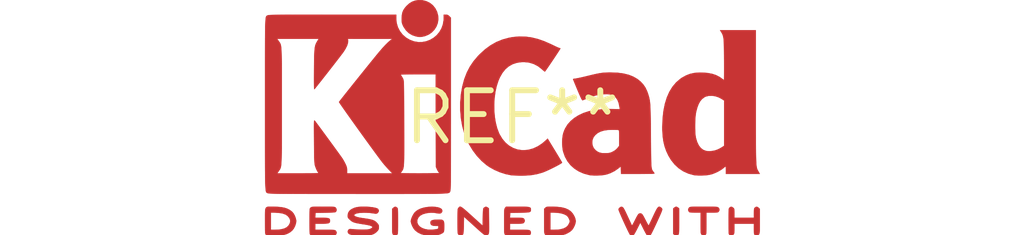
<source format=kicad_pcb>
(kicad_pcb (version 20240108) (generator pcbnew)
  (layers (0 "F.Cu" signal) (31 "B.Cu" signal) (34 "B.Paste" user) (35 "F.Paste" user) (36 "B.SilkS" user "B.Silkscreen") (37 "F.SilkS" user "F.Silkscreen") (38 "B.Mask" user) (39 "F.Mask" user) (44 "Edge.Cuts" user))
  (net 0 "")
  (footprint "KiCad-Logo2_5mm_Copper" (layer "F.Cu") (at 0 0)
    (property "Reference" "REF**")
    (property "Value" "KiCad-Logo2_5mm_Copper")
    (fp_poly (pts (xy 4.188614 2.275877) (xy 4.212327 2.290647) (xy 4.238978 2.312227) (xy 4.238978 2.633773) (xy 4.238893 2.72783) (xy 4.238529 2.801932) (xy 4.237724 2.858704) (xy 4.236313 2.900768) (xy 4.234133 2.930748) (xy 4.231021 2.951267) (xy 4.226814 2.964949) (xy 4.221348 2.974416) (xy 4.217472 2.979082) (xy 4.186034 2.999575) (xy 4.150233 2.998739) (xy 4.118873 2.981264) (xy 4.092222 2.959684) (xy 4.092222 2.312227) (xy 4.118873 2.290647) (xy 4.144594 2.274949) (xy 4.1656 2.269067) (xy 4.188614 2.275877)) (layer "F.Cu") (stroke (width 0.01)) (fill solid))
    (fp_poly (pts (xy -2.923822 2.291645) (xy -2.917242 2.299218) (xy -2.912079 2.308987) (xy -2.908164 2.323571) (xy -2.905324 2.345585) (xy -2.903387 2.377648) (xy -2.902183 2.422375) (xy -2.901539 2.482385) (xy -2.901284 2.560294) (xy -2.901245 2.635956) (xy -2.901314 2.729802) (xy -2.901638 2.803689) (xy -2.902386 2.860232) (xy -2.903732 2.902049) (xy -2.905846 2.931757) (xy -2.9089 2.951973) (xy -2.913066 2.965314) (xy -2.918516 2.974398) (xy -2.923822 2.980267) (xy -2.956826 2.999947) (xy -2.991991 2.998181) (xy -3.023455 2.976717) (xy -3.030684 2.968337) (xy -3.036334 2.958614) (xy -3.040599 2.944861) (xy -3.043673 2.924389) (xy -3.045752 2.894512) (xy -3.04703 2.852541) (xy -3.047701 2.795789) (xy -3.047959 2.721567) (xy -3.048 2.637537) (xy -3.048 2.324485) (xy -3.020291 2.296776) (xy -2.986137 2.273463) (xy -2.953006 2.272623) (xy -2.923822 2.291645)) (layer "F.Cu") (stroke (width 0.01)) (fill solid))
    (fp_poly (pts (xy -2.273043 -2.973429) (xy -2.176768 -2.949191) (xy -2.090184 -2.906359) (xy -2.015373 -2.846581) (xy -1.954418 -2.771506) (xy -1.909399 -2.68278) (xy -1.883136 -2.58647) (xy -1.877286 -2.489205) (xy -1.89214 -2.395346) (xy -1.92584 -2.307489) (xy -1.976528 -2.22823) (xy -2.042345 -2.160164) (xy -2.121434 -2.105888) (xy -2.211934 -2.067998) (xy -2.2632 -2.055574) (xy -2.307698 -2.048053) (xy -2.341999 -2.045081) (xy -2.37496 -2.046906) (xy -2.415434 -2.053775) (xy -2.448531 -2.06075) (xy -2.541947 -2.092259) (xy -2.625619 -2.143383) (xy -2.697665 -2.212571) (xy -2.7562 -2.298272) (xy -2.770148 -2.325511) (xy -2.786586 -2.361878) (xy -2.796894 -2.392418) (xy -2.80246 -2.42455) (xy -2.804669 -2.465693) (xy -2.804948 -2.511778) (xy -2.800861 -2.596135) (xy -2.787446 -2.665414) (xy -2.762256 -2.726039) (xy -2.722846 -2.784433) (xy -2.684298 -2.828698) (xy -2.612406 -2.894516) (xy -2.537313 -2.939947) (xy -2.454562 -2.96715) (xy -2.376928 -2.977424) (xy -2.273043 -2.973429)) (layer "F.Cu") (stroke (width 0.01)) (fill solid))
    (fp_poly (pts (xy 4.963065 2.269163) (xy 5.041772 2.269542) (xy 5.102863 2.270333) (xy 5.148817 2.27167) (xy 5.182114 2.273683) (xy 5.205236 2.276506) (xy 5.220662 2.280269) (xy 5.230871 2.285105) (xy 5.235813 2.288822) (xy 5.261457 2.321358) (xy 5.264559 2.355138) (xy 5.248711 2.385826) (xy 5.238348 2.398089) (xy 5.227196 2.40645) (xy 5.211035 2.411657) (xy 5.185642 2.414457) (xy 5.146798 2.415596) (xy 5.09028 2.415821) (xy 5.07918 2.415822) (xy 4.933244 2.415822) (xy 4.933244 2.686756) (xy 4.933148 2.772154) (xy 4.932711 2.837864) (xy 4.931712 2.886774) (xy 4.929928 2.921773) (xy 4.927137 2.945749) (xy 4.923117 2.961593) (xy 4.917645 2.972191) (xy 4.910666 2.980267) (xy 4.877734 3.000112) (xy 4.843354 2.998548) (xy 4.812176 2.975906) (xy 4.809886 2.9731) (xy 4.802429 2.962492) (xy 4.796747 2.950081) (xy 4.792601 2.93285) (xy 4.78975 2.907784) (xy 4.787954 2.871867) (xy 4.786972 2.822083) (xy 4.786564 2.755417) (xy 4.786489 2.679589) (xy 4.786489 2.415822) (xy 4.647127 2.415822) (xy 4.587322 2.415418) (xy 4.545918 2.41384) (xy 4.518748 2.410547) (xy 4.501646 2.404992) (xy 4.490443 2.396631) (xy 4.489083 2.395178) (xy 4.472725 2.361939) (xy 4.474172 2.324362) (xy 4.492978 2.291645) (xy 4.50025 2.285298) (xy 4.509627 2.280266) (xy 4.523609 2.276396) (xy 4.544696 2.273537) (xy 4.575389 2.271535) (xy 4.618189 2.270239) (xy 4.675595 2.269498) (xy 4.75011 2.269158) (xy 4.844233 2.269068) (xy 4.86426 2.269067) (xy 4.963065 2.269163)) (layer "F.Cu") (stroke (width 0.01)) (fill solid))
    (fp_poly (pts (xy 6.228823 2.274533) (xy 6.260202 2.296776) (xy 6.287911 2.324485) (xy 6.287911 2.63392) (xy 6.287838 2.725799) (xy 6.287495 2.79784) (xy 6.286692 2.85278) (xy 6.285241 2.89336) (xy 6.282952 2.922317) (xy 6.279636 2.942391) (xy 6.275105 2.956321) (xy 6.269169 2.966845) (xy 6.264514 2.9731) (xy 6.233783 2.997673) (xy 6.198496 3.000341) (xy 6.166245 2.985271) (xy 6.155588 2.976374) (xy 6.148464 2.964557) (xy 6.144167 2.945526) (xy 6.141991 2.914992) (xy 6.141228 2.868662) (xy 6.141155 2.832871) (xy 6.141155 2.698045) (xy 5.644444 2.698045) (xy 5.644444 2.8207) (xy 5.643931 2.876787) (xy 5.641876 2.915333) (xy 5.637508 2.941361) (xy 5.630056 2.959897) (xy 5.621047 2.9731) (xy 5.590144 2.997604) (xy 5.555196 3.000506) (xy 5.521738 2.983089) (xy 5.512604 2.973959) (xy 5.506152 2.961855) (xy 5.501897 2.943001) (xy 5.499352 2.91362) (xy 5.498029 2.869937) (xy 5.497443 2.808175) (xy 5.497375 2.794) (xy 5.496891 2.677631) (xy 5.496641 2.581727) (xy 5.496723 2.504177) (xy 5.497231 2.442869) (xy 5.498262 2.39569) (xy 5.499913 2.36053) (xy 5.502279 2.335276) (xy 5.505457 2.317817) (xy 5.509544 2.306041) (xy 5.514634 2.297835) (xy 5.520266 2.291645) (xy 5.552128 2.271844) (xy 5.585357 2.274533) (xy 5.616735 2.296776) (xy 5.629433 2.311126) (xy 5.637526 2.326978) (xy 5.642042 2.349554) (xy 5.644006 2.384078) (xy 5.644444 2.435776) (xy 5.644444 2.551289) (xy 6.141155 2.551289) (xy 6.141155 2.432756) (xy 6.141662 2.378148) (xy 6.143698 2.341275) (xy 6.148035 2.317307) (xy 6.155447 2.301415) (xy 6.163733 2.291645) (xy 6.195594 2.271844) (xy 6.228823 2.274533)) (layer "F.Cu") (stroke (width 0.01)) (fill solid))
    (fp_poly (pts (xy 1.018309 2.269275) (xy 1.147288 2.273636) (xy 1.256991 2.286861) (xy 1.349226 2.309741) (xy 1.425802 2.34307) (xy 1.488527 2.387638) (xy 1.539212 2.444236) (xy 1.579663 2.513658) (xy 1.580459 2.515351) (xy 1.604601 2.577483) (xy 1.613203 2.632509) (xy 1.606231 2.687887) (xy 1.583654 2.751073) (xy 1.579372 2.760689) (xy 1.550172 2.816966) (xy 1.517356 2.860451) (xy 1.475002 2.897417) (xy 1.41719 2.934135) (xy 1.413831 2.936052) (xy 1.363504 2.960227) (xy 1.306621 2.978282) (xy 1.239527 2.990839) (xy 1.158565 2.998522) (xy 1.060082 3.001953) (xy 1.025286 3.002251) (xy 0.859594 3.002845) (xy 0.836197 2.9731) (xy 0.829257 2.963319) (xy 0.823842 2.951897) (xy 0.819765 2.936095) (xy 0.816837 2.913175) (xy 0.814867 2.880396) (xy 0.814225 2.856089) (xy 0.970844 2.856089) (xy 1.064726 2.856089) (xy 1.119664 2.854483) (xy 1.17606 2.850255) (xy 1.222345 2.844292) (xy 1.225139 2.84379) (xy 1.307348 2.821736) (xy 1.371114 2.7886) (xy 1.418452 2.742847) (xy 1.451382 2.682939) (xy 1.457108 2.667061) (xy 1.462721 2.642333) (xy 1.460291 2.617902) (xy 1.448467 2.5854) (xy 1.44134 2.569434) (xy 1.418 2.527006) (xy 1.38988 2.49724) (xy 1.35894 2.476511) (xy 1.296966 2.449537) (xy 1.217651 2.429998) (xy 1.125253 2.418746) (xy 1.058333 2.41627) (xy 0.970844 2.415822) (xy 0.970844 2.856089) (xy 0.814225 2.856089) (xy 0.813668 2.835021) (xy 0.81305 2.774311) (xy 0.812825 2.695526) (xy 0.8128 2.63392) (xy 0.8128 2.324485) (xy 0.840509 2.296776) (xy 0.852806 2.285544) (xy 0.866103 2.277853) (xy 0.884672 2.27304) (xy 0.912786 2.270446) (xy 0.954717 2.26941) (xy 1.014737 2.26927) (xy 1.018309 2.269275)) (layer "F.Cu") (stroke (width 0.01)) (fill solid))
    (fp_poly (pts (xy -6.121371 2.269066) (xy -6.081889 2.269467) (xy -5.9662 2.272259) (xy -5.869311 2.28055) (xy -5.787919 2.295232) (xy -5.718723 2.317193) (xy -5.65842 2.347322) (xy -5.603708 2.38651) (xy -5.584167 2.403532) (xy -5.55175 2.443363) (xy -5.52252 2.497413) (xy -5.499991 2.557323) (xy -5.487679 2.614739) (xy -5.4864 2.635956) (xy -5.494417 2.694769) (xy -5.515899 2.759013) (xy -5.546999 2.819821) (xy -5.583866 2.86833) (xy -5.589854 2.874182) (xy -5.640579 2.915321) (xy -5.696125 2.947435) (xy -5.759696 2.971365) (xy -5.834494 2.987953) (xy -5.923722 2.998041) (xy -6.030582 3.002469) (xy -6.079528 3.002845) (xy -6.141762 3.002545) (xy -6.185528 3.001292) (xy -6.214931 2.998554) (xy -6.234079 2.993801) (xy -6.247077 2.986501) (xy -6.254045 2.980267) (xy -6.260626 2.972694) (xy -6.265788 2.962924) (xy -6.269703 2.94834) (xy -6.272543 2.926326) (xy -6.27448 2.894264) (xy -6.275684 2.849536) (xy -6.276328 2.789526) (xy -6.276583 2.711617) (xy -6.276622 2.635956) (xy -6.27687 2.535041) (xy -6.276817 2.454427) (xy -6.275857 2.415822) (xy -6.129867 2.415822) (xy -6.129867 2.856089) (xy -6.036734 2.856004) (xy -5.980693 2.854396) (xy -5.921999 2.850256) (xy -5.873028 2.844464) (xy -5.871538 2.844226) (xy -5.792392 2.82509) (xy -5.731002 2.795287) (xy -5.684305 2.752878) (xy -5.654635 2.706961) (xy -5.636353 2.656026) (xy -5.637771 2.6082) (xy -5.658988 2.556933) (xy -5.700489 2.503899) (xy -5.757998 2.4646) (xy -5.83275 2.438331) (xy -5.882708 2.429035) (xy -5.939416 2.422507) (xy -5.999519 2.417782) (xy -6.050639 2.415817) (xy -6.053667 2.415808) (xy -6.129867 2.415822) (xy -6.275857 2.415822) (xy -6.27526 2.391851) (xy -6.270998 2.345055) (xy -6.26283 2.311778) (xy -6.249556 2.289759) (xy -6.229974 2.276739) (xy -6.202883 2.270457) (xy -6.167082 2.268653) (xy -6.121371 2.269066)) (layer "F.Cu") (stroke (width 0.01)) (fill solid))
    (fp_poly (pts (xy -1.300114 2.273448) (xy -1.276548 2.287273) (xy -1.245735 2.309881) (xy -1.206078 2.342338) (xy -1.15598 2.385708) (xy -1.093843 2.441058) (xy -1.018072 2.509451) (xy -0.931334 2.588084) (xy -0.750711 2.751878) (xy -0.745067 2.532029) (xy -0.743029 2.456351) (xy -0.741063 2.399994) (xy -0.738734 2.359706) (xy -0.735606 2.332235) (xy -0.731245 2.314329) (xy -0.725216 2.302737) (xy -0.717084 2.294208) (xy -0.712772 2.290623) (xy -0.678241 2.27167) (xy -0.645383 2.274441) (xy -0.619318 2.290633) (xy -0.592667 2.312199) (xy -0.589352 2.627151) (xy -0.588435 2.719779) (xy -0.587968 2.792544) (xy -0.588113 2.848161) (xy -0.589032 2.889342) (xy -0.590887 2.918803) (xy -0.593839 2.939255) (xy -0.59805 2.953413) (xy -0.603682 2.963991) (xy -0.609927 2.972474) (xy -0.623439 2.988207) (xy -0.636883 2.998636) (xy -0.652124 3.002639) (xy -0.671026 2.999094) (xy -0.695455 2.986879) (xy -0.727273 2.964871) (xy -0.768348 2.931949) (xy -0.820542 2.886991) (xy -0.885722 2.828875) (xy -0.959556 2.762099) (xy -1.224845 2.521458) (xy -1.230489 2.740589) (xy -1.232531 2.816128) (xy -1.234502 2.872354) (xy -1.236839 2.912524) (xy -1.239981 2.939896) (xy -1.244364 2.957728) (xy -1.250424 2.969279) (xy -1.2586 2.977807) (xy -1.262784 2.981282) (xy -1.299765 3.000372) (xy -1.334708 2.997493) (xy -1.365136 2.9731) (xy -1.372097 2.963286) (xy -1.377523 2.951826) (xy -1.381603 2.935968) (xy -1.384529 2.912963) (xy -1.386492 2.880062) (xy -1.387683 2.834516) (xy -1.388292 2.773573) (xy -1.388511 2.694486) (xy -1.388534 2.635956) (xy -1.38846 2.544407) (xy -1.388113 2.472687) (xy -1.387301 2.418045) (xy -1.385833 2.377732) (xy -1.383519 2.348998) (xy -1.380167 2.329093) (xy -1.375588 2.315268) (xy -1.369589 2.304772) (xy -1.365136 2.298811) (xy -1.35385 2.284691) (xy -1.343301 2.274029) (xy -1.331893 2.267892) (xy -1.31803 2.267343) (xy -1.300114 2.273448)) (layer "F.Cu") (stroke (width 0.01)) (fill solid))
    (fp_poly (pts (xy -1.950081 2.274599) (xy -1.881565 2.286095) (xy -1.828943 2.303967) (xy -1.794708 2.327499) (xy -1.785379 2.340924) (xy -1.775893 2.372148) (xy -1.782277 2.400395) (xy -1.80243 2.427182) (xy -1.833745 2.439713) (xy -1.879183 2.438696) (xy -1.914326 2.431906) (xy -1.992419 2.418971) (xy -2.072226 2.417742) (xy -2.161555 2.428241) (xy -2.186229 2.43269) (xy -2.269291 2.456108) (xy -2.334273 2.490945) (xy -2.380461 2.536604) (xy -2.407145 2.592494) (xy -2.412663 2.621388) (xy -2.409051 2.680012) (xy -2.385729 2.731879) (xy -2.344824 2.775978) (xy -2.288459 2.811299) (xy -2.21876 2.836829) (xy -2.137852 2.851559) (xy -2.04786 2.854478) (xy -1.95091 2.844575) (xy -1.945436 2.843641) (xy -1.906875 2.836459) (xy -1.885494 2.829521) (xy -1.876227 2.819227) (xy -1.874006 2.801976) (xy -1.873956 2.792841) (xy -1.873956 2.754489) (xy -1.942431 2.754489) (xy -2.0029 2.750347) (xy -2.044165 2.737147) (xy -2.068175 2.71373) (xy -2.076877 2.678936) (xy -2.076983 2.674394) (xy -2.071892 2.644654) (xy -2.054433 2.623419) (xy -2.021939 2.609366) (xy -1.971743 2.601173) (xy -1.923123 2.598161) (xy -1.852456 2.596433) (xy -1.801198 2.59907) (xy -1.766239 2.6088) (xy -1.74447 2.628353) (xy -1.73278 2.660456) (xy -1.72806 2.707838) (xy -1.7272 2.770071) (xy -1.728609 2.839535) (xy -1.732848 2.886786) (xy -1.739936 2.912012) (xy -1.741311 2.913988) (xy -1.780228 2.945508) (xy -1.837286 2.97047) (xy -1.908869 2.98834) (xy -1.991358 2.998586) (xy -2.081139 3.000673) (xy -2.174592 2.994068) (xy -2.229556 2.985956) (xy -2.315766 2.961554) (xy -2.395892 2.921662) (xy -2.462977 2.869887) (xy -2.473173 2.859539) (xy -2.506302 2.816035) (xy -2.536194 2.762118) (xy -2.559357 2.705592) (xy -2.572298 2.654259) (xy -2.573858 2.634544) (xy -2.567218 2.593419) (xy -2.549568 2.542252) (xy -2.524297 2.488394) (xy -2.494789 2.439195) (xy -2.468719 2.406334) (xy -2.407765 2.357452) (xy -2.328969 2.318545) (xy -2.235157 2.290494) (xy -2.12915 2.274179) (xy -2.032 2.270192) (xy -1.950081 2.274599)) (layer "F.Cu") (stroke (width 0.01)) (fill solid))
    (fp_poly (pts (xy 0.230343 2.26926) (xy 0.306701 2.270174) (xy 0.365217 2.272311) (xy 0.408255 2.276175) (xy 0.438183 2.282267) (xy 0.457368 2.29109) (xy 0.468176 2.303146) (xy 0.472973 2.318939) (xy 0.474127 2.33897) (xy 0.474133 2.341335) (xy 0.473131 2.363992) (xy 0.468396 2.381503) (xy 0.457333 2.394574) (xy 0.437348 2.403913) (xy 0.405846 2.410227) (xy 0.360232 2.414222) (xy 0.297913 2.416606) (xy 0.216293 2.418086) (xy 0.191277 2.418414) (xy -0.0508 2.421467) (xy -0.054186 2.486378) (xy -0.057571 2.551289) (xy 0.110576 2.551289) (xy 0.176266 2.551531) (xy 0.223172 2.552556) (xy 0.255083 2.554811) (xy 0.275791 2.558742) (xy 0.289084 2.564798) (xy 0.298755 2.573424) (xy 0.298817 2.573493) (xy 0.316356 2.607112) (xy 0.315722 2.643448) (xy 0.297314 2.674423) (xy 0.293671 2.677607) (xy 0.280741 2.685812) (xy 0.263024 2.691521) (xy 0.23657 2.695162) (xy 0.197432 2.697167) (xy 0.141662 2.697964) (xy 0.105994 2.698045) (xy -0.056445 2.698045) (xy -0.056445 2.856089) (xy 0.190161 2.856089) (xy 0.27158 2.856231) (xy 0.33341 2.856814) (xy 0.378637 2.858068) (xy 0.410248 2.860227) (xy 0.431231 2.863523) (xy 0.444573 2.868189) (xy 0.453261 2.874457) (xy 0.45545 2.876733) (xy 0.471614 2.90828) (xy 0.472797 2.944168) (xy 0.459536 2.975285) (xy 0.449043 2.985271) (xy 0.438129 2.990769) (xy 0.421217 2.995022) (xy 0.395633 2.99818) (xy 0.358701 3.000392) (xy 0.307746 3.001806) (xy 0.240094 3.002572) (xy 0.153069 3.002838) (xy 0.133394 3.002845) (xy 0.044911 3.002787) (xy -0.023773 3.002467) (xy -0.075436 3.001667) (xy -0.112855 3.000167) (xy -0.13881 2.997749) (xy -0.156078 2.994194) (xy -0.167438 2.989282) (xy -0.175668 2.982795) (xy -0.180183 2.978138) (xy -0.186979 2.969889) (xy -0.192288 2.959669) (xy -0.196294 2.9448) (xy -0.199179 2.922602) (xy -0.201126 2.890393) (xy -0.202319 2.845496) (xy -0.202939 2.785228) (xy -0.203171 2.706911) (xy -0.2032 2.640994) (xy -0.203129 2.548628) (xy -0.202792 2.476117) (xy -0.202002 2.420737) (xy -0.200574 2.379765) (xy -0.198321 2.350478) (xy -0.195057 2.330153) (xy -0.190596 2.316066) (xy -0.184752 2.305495) (xy -0.179803 2.298811) (xy -0.156406 2.269067) (xy 0.133774 2.269067) (xy 0.230343 2.26926)) (layer "F.Cu") (stroke (width 0.01)) (fill solid))
    (fp_poly (pts (xy -4.712794 2.269146) (xy -4.643386 2.269518) (xy -4.590997 2.270385) (xy -4.552847 2.271946) (xy -4.526159 2.274403) (xy -4.508153 2.277957) (xy -4.496049 2.28281) (xy -4.487069 2.289161) (xy -4.483818 2.292084) (xy -4.464043 2.323142) (xy -4.460482 2.358828) (xy -4.473491 2.39051) (xy -4.479506 2.396913) (xy -4.489235 2.403121) (xy -4.504901 2.40791) (xy -4.529408 2.411514) (xy -4.565661 2.414164) (xy -4.616565 2.416095) (xy -4.685026 2.417539) (xy -4.747617 2.418418) (xy -4.995334 2.421467) (xy -4.998719 2.486378) (xy -5.002105 2.551289) (xy -4.833958 2.551289) (xy -4.760959 2.551919) (xy -4.707517 2.554553) (xy -4.670628 2.560309) (xy -4.647288 2.570304) (xy -4.634494 2.585656) (xy -4.629242 2.607482) (xy -4.628445 2.627738) (xy -4.630923 2.652592) (xy -4.640277 2.670906) (xy -4.659383 2.683637) (xy -4.691118 2.691741) (xy -4.738359 2.696176) (xy -4.803983 2.697899) (xy -4.839801 2.698045) (xy -5.000978 2.698045) (xy -5.000978 2.856089) (xy -4.752622 2.856089) (xy -4.671213 2.856202) (xy -4.609342 2.856712) (xy -4.563968 2.85787) (xy -4.532054 2.85993) (xy -4.510559 2.863146) (xy -4.496443 2.867772) (xy -4.486668 2.874059) (xy -4.481689 2.878667) (xy -4.46461 2.90556) (xy -4.459111 2.929467) (xy -4.466963 2.958667) (xy -4.481689 2.980267) (xy -4.489546 2.987066) (xy -4.499688 2.992346) (xy -4.514844 2.996298) (xy -4.537741 2.999113) (xy -4.571109 3.000982) (xy -4.617675 3.002098) (xy -4.680167 3.002651) (xy -4.761314 3.002833) (xy -4.803422 3.002845) (xy -4.893598 3.002765) (xy -4.963924 3.002398) (xy -5.017129 3.001552) (xy -5.05594 3.000036) (xy -5.083087 2.997659) (xy -5.101298 2.994229) (xy -5.1133 2.989554) (xy -5.121822 2.983444) (xy -5.125156 2.980267) (xy -5.131755 2.97267) (xy -5.136927 2.96287) (xy -5.140846 2.948239) (xy -5.143684 2.926152) (xy -5.145615 2.893982) (xy -5.146812 2.849103) (xy -5.147448 2.788889) (xy -5.147697 2.710713) (xy -5.147734 2.637923) (xy -5.1477 2.544707) (xy -5.147465 2.471431) (xy -5.14683 2.415458) (xy -5.145594 2.374151) (xy -5.143556 2.344872) (xy -5.140517 2.324984) (xy -5.136277 2.31185) (xy -5.130635 2.302832) (xy -5.123391 2.295293) (xy -5.121606 2.293612) (xy -5.112945 2.286172) (xy -5.102882 2.280409) (xy -5.088625 2.276112) (xy -5.067383 2.273064) (xy -5.036364 2.271051) (xy -4.992777 2.26986) (xy -4.933831 2.269275) (xy -4.856734 2.269083) (xy -4.802001 2.269067) (xy -4.712794 2.269146)) (layer "F.Cu") (stroke (width 0.01)) (fill solid))
    (fp_poly (pts (xy 3.744665 2.271034) (xy 3.764255 2.278035) (xy 3.76501 2.278377) (xy 3.791613 2.298678) (xy 3.80627 2.319561) (xy 3.809138 2.329352) (xy 3.808996 2.342361) (xy 3.804961 2.360895) (xy 3.796146 2.387257) (xy 3.781669 2.423752) (xy 3.760645 2.472687) (xy 3.732188 2.536365) (xy 3.695415 2.617093) (xy 3.675175 2.661216) (xy 3.638625 2.739985) (xy 3.604315 2.812423) (xy 3.573552 2.87588) (xy 3.547648 2.927708) (xy 3.52791 2.965259) (xy 3.51565 2.985884) (xy 3.513224 2.988733) (xy 3.482183 3.001302) (xy 3.447121 2.999619) (xy 3.419 2.984332) (xy 3.417854 2.983089) (xy 3.406668 2.966154) (xy 3.387904 2.93317) (xy 3.363875 2.88838) (xy 3.336897 2.836032) (xy 3.327201 2.816742) (xy 3.254014 2.67015) (xy 3.17424 2.829393) (xy 3.145767 2.884415) (xy 3.11935 2.932132) (xy 3.097148 2.968893) (xy 3.081319 2.991044) (xy 3.075954 2.995741) (xy 3.034257 3.002102) (xy 2.999849 2.988733) (xy 2.989728 2.974446) (xy 2.972214 2.942692) (xy 2.948735 2.896597) (xy 2.92072 2.839285) (xy 2.889599 2.77388) (xy 2.856799 2.703507) (xy 2.82375 2.631291) (xy 2.791881 2.560355) (xy 2.762619 2.493825) (xy 2.737395 2.434826) (xy 2.717636 2.386481) (xy 2.704772 2.351915) (xy 2.700231 2.334253) (xy 2.700277 2.333613) (xy 2.711326 2.311388) (xy 2.73341 2.288753) (xy 2.73471 2.287768) (xy 2.761853 2.272425) (xy 2.786958 2.272574) (xy 2.796368 2.275466) (xy 2.807834 2.281718) (xy 2.82001 2.294014) (xy 2.834357 2.314908) (xy 2.852336 2.346949) (xy 2.875407 2.392688) (xy 2.90503 2.454677) (xy 2.931745 2.511898) (xy 2.96248 2.578226) (xy 2.990021 2.637874) (xy 3.012938 2.687725) (xy 3.029798 2.724664) (xy 3.039173 2.745573) (xy 3.04054 2.748845) (xy 3.046689 2.743497) (xy 3.060822 2.721109) (xy 3.081057 2.684946) (xy 3.105515 2.638277) (xy 3.115248 2.619022) (xy 3.148217 2.554004) (xy 3.173643 2.506654) (xy 3.193612 2.474219) (xy 3.21021 2.453946) (xy 3.225524 2.443082) (xy 3.24164 2.438875) (xy 3.252143 2.4384) (xy 3.27067 2.440042) (xy 3.286904 2.446831) (xy 3.303035 2.461566) (xy 3.321251 2.487044) (xy 3.343739 2.526061) (xy 3.372689 2.581414) (xy 3.388662 2.612903) (xy 3.41457 2.663087) (xy 3.437167 2.704704) (xy 3.454458 2.734242) (xy 3.46445 2.748189) (xy 3.465809 2.74877) (xy 3.472261 2.737793) (xy 3.486708 2.70929) (xy 3.507703 2.666244) (xy 3.533797 2.611638) (xy 3.563546 2.548454) (xy 3.57818 2.517071) (xy 3.61625 2.436078) (xy 3.646905 2.373756) (xy 3.671737 2.328071) (xy 3.692337 2.296989) (xy 3.710298 2.278478) (xy 3.72721 2.270504) (xy 3.744665 2.271034)) (layer "F.Cu") (stroke (width 0.01)) (fill solid))
    (fp_poly (pts (xy -3.691703 2.270351) (xy -3.616888 2.275581) (xy -3.547306 2.28375) (xy -3.487002 2.29455) (xy -3.44002 2.307673) (xy -3.410406 2.322813) (xy -3.40586 2.327269) (xy -3.390054 2.36185) (xy -3.394847 2.397351) (xy -3.419364 2.427725) (xy -3.420534 2.428596) (xy -3.434954 2.437954) (xy -3.450008 2.442876) (xy -3.471005 2.443473) (xy -3.503257 2.439861) (xy -3.552073 2.432154) (xy -3.556 2.431505) (xy -3.628739 2.422569) (xy -3.707217 2.418161) (xy -3.785927 2.418119) (xy -3.859361 2.422279) (xy -3.922011 2.430479) (xy -3.96837 2.442557) (xy -3.971416 2.443771) (xy -4.005048 2.462615) (xy -4.016864 2.481685) (xy -4.007614 2.500439) (xy -3.978047 2.518337) (xy -3.928911 2.534837) (xy -3.860957 2.549396) (xy -3.815645 2.556406) (xy -3.721456 2.569889) (xy -3.646544 2.582214) (xy -3.587717 2.594449) (xy -3.541785 2.607661) (xy -3.505555 2.622917) (xy -3.475838 2.641285) (xy -3.449442 2.663831) (xy -3.42823 2.685971) (xy -3.403065 2.716819) (xy -3.390681 2.743345) (xy -3.386808 2.776026) (xy -3.386667 2.787995) (xy -3.389576 2.827712) (xy -3.401202 2.857259) (xy -3.421323 2.883486) (xy -3.462216 2.923576) (xy -3.507817 2.954149) (xy -3.561513 2.976203) (xy -3.626692 2.990735) (xy -3.706744 2.998741) (xy -3.805057 3.001218) (xy -3.821289 3.001177) (xy -3.886849 2.999818) (xy -3.951866 2.99673) (xy -4.009252 2.992356) (xy -4.051922 2.98714) (xy -4.055372 2.986541) (xy -4.097796 2.976491) (xy -4.13378 2.963796) (xy -4.15415 2.95219) (xy -4.173107 2.921572) (xy -4.174427 2.885918) (xy -4.158085 2.854144) (xy -4.154429 2.850551) (xy -4.139315 2.839876) (xy -4.120415 2.835276) (xy -4.091162 2.836059) (xy -4.055651 2.840127) (xy -4.01597 2.843762) (xy -3.960345 2.846828) (xy -3.895406 2.849053) (xy -3.827785 2.850164) (xy -3.81 2.850237) (xy -3.742128 2.849964) (xy -3.692454 2.848646) (xy -3.65661 2.845827) (xy -3.630224 2.84105) (xy -3.608926 2.833857) (xy -3.596126 2.827867) (xy -3.568 2.811233) (xy -3.550068 2.796168) (xy -3.547447 2.791897) (xy -3.552976 2.774263) (xy -3.57926 2.757192) (xy -3.624478 2.741458) (xy -3.686808 2.727838) (xy -3.705171 2.724804) (xy -3.80109 2.709738) (xy -3.877641 2.697146) (xy -3.93778 2.686111) (xy -3.98446 2.67572) (xy -4.020637 2.665056) (xy -4.049265 2.653205) (xy -4.073298 2.639251) (xy -4.095692 2.622281) (xy -4.119402 2.601378) (xy -4.12738 2.594049) (xy -4.155353 2.566699) (xy -4.17016 2.545029) (xy -4.175952 2.520232) (xy -4.176889 2.488983) (xy -4.166575 2.427705) (xy -4.135752 2.37564) (xy -4.084595 2.332958) (xy -4.013283 2.299825) (xy -3.9624 2.284964) (xy -3.9071 2.275366) (xy -3.840853 2.269936) (xy -3.767706 2.268367) (xy -3.691703 2.270351)) (layer "F.Cu") (stroke (width 0.01)) (fill solid))
    (fp_poly (pts (xy 0.328429 -2.050929) (xy 0.48857 -2.029755) (xy 0.65251 -1.989615) (xy 0.822313 -1.930111) (xy 1.000043 -1.850846) (xy 1.01131 -1.845301) (xy 1.069005 -1.817275) (xy 1.120552 -1.793198) (xy 1.162191 -1.774751) (xy 1.190162 -1.763614) (xy 1.199733 -1.761067) (xy 1.21895 -1.756059) (xy 1.223561 -1.751853) (xy 1.218458 -1.74142) (xy 1.202418 -1.715132) (xy 1.177288 -1.675743) (xy 1.144914 -1.626009) (xy 1.107143 -1.568685) (xy 1.065822 -1.506524) (xy 1.022798 -1.442282) (xy 0.979917 -1.378715) (xy 0.939026 -1.318575) (xy 0.901971 -1.26462) (xy 0.8706 -1.219603) (xy 0.846759 -1.186279) (xy 0.832294 -1.167403) (xy 0.830309 -1.165213) (xy 0.820191 -1.169862) (xy 0.79785 -1.187038) (xy 0.76728 -1.21356) (xy 0.751536 -1.228036) (xy 0.655047 -1.303318) (xy 0.548336 -1.358759) (xy 0.432832 -1.393859) (xy 0.309962 -1.40812) (xy 0.240561 -1.406949) (xy 0.119423 -1.389788) (xy 0.010205 -1.353906) (xy -0.087418 -1.299041) (xy -0.173772 -1.22493) (xy -0.249185 -1.131312) (xy -0.313982 -1.017924) (xy -0.351399 -0.931333) (xy -0.395252 -0.795634) (xy -0.427572 -0.64815) (xy -0.448443 -0.492686) (xy -0.457949 -0.333044) (xy -0.456173 -0.173027) (xy -0.443197 -0.016439) (xy -0.419106 0.132918) (xy -0.383982 0.27124) (xy -0.337908 0.394724) (xy -0.321627 0.428978) (xy -0.25338 0.543064) (xy -0.172921 0.639557) (xy -0.08143 0.71767) (xy 0.019911 0.776617) (xy 0.12992 0.815612) (xy 0.247415 0.833868) (xy 0.288883 0.835211) (xy 0.410441 0.82429) (xy 0.530878 0.791474) (xy 0.648666 0.737439) (xy 0.762277 0.662865) (xy 0.853685 0.584539) (xy 0.900215 0.540008) (xy 1.081483 0.837271) (xy 1.12658 0.911433) (xy 1.167819 0.979646) (xy 1.203735 1.039459) (xy 1.232866 1.08842) (xy 1.25375 1.124079) (xy 1.264924 1.143984) (xy 1.266375 1.147079) (xy 1.258146 1.156718) (xy 1.232567 1.173999) (xy 1.192873 1.197283) (xy 1.142297 1.224934) (xy 1.084074 1.255315) (xy 1.021437 1.28679) (xy 0.957621 1.317722) (xy 0.89586 1.346473) (xy 0.839388 1.371408) (xy 0.791438 1.390889) (xy 0.767986 1.399318) (xy 0.634221 1.437133) (xy 0.496327 1.462136) (xy 0.348622 1.47514) (xy 0.221833 1.477468) (xy 0.153878 1.476373) (xy 0.088277 1.474275) (xy 0.030847 1.471434) (xy -0.012597 1.468106) (xy -0.026702 1.466422) (xy -0.165716 1.437587) (xy -0.307243 1.392468) (xy -0.444725 1.33375) (xy -0.571606 1.26412) (xy -0.649111 1.211441) (xy -0.776519 1.103239) (xy -0.894822 0.976671) (xy -1.001828 0.834866) (xy -1.095348 0.680951) (xy -1.17319 0.518053) (xy -1.217044 0.400756) (xy -1.267292 0.217128) (xy -1.300791 0.022581) (xy -1.317551 -0.178675) (xy -1.317584 -0.382432) (xy -1.300899 -0.584479) (xy -1.267507 -0.780608) (xy -1.21742 -0.966609) (xy -1.213603 -0.978197) (xy -1.150719 -1.14025) (xy -1.073972 -1.288168) (xy -0.980758 -1.426135) (xy -0.868473 -1.558339) (xy -0.824608 -1.603601) (xy -0.688466 -1.727543) (xy -0.548509 -1.830085) (xy -0.402589 -1.912344) (xy -0.248558 -1.975436) (xy -0.084268 -2.020477) (xy 0.011289 -2.037967) (xy 0.170023 -2.053534) (xy 0.328429 -2.050929)) (layer "F.Cu") (stroke (width 0.01)) (fill solid))
    (fp_poly (pts (xy 6.186507 -0.527755) (xy 6.186526 -0.293338) (xy 6.186552 -0.080397) (xy 6.186625 0.112168) (xy 6.186782 0.285459) (xy 6.187064 0.440576) (xy 6.187509 0.57862) (xy 6.188156 0.700692) (xy 6.189045 0.807894) (xy 6.190213 0.901326) (xy 6.191701 0.98209) (xy 6.193546 1.051286) (xy 6.195789 1.110015) (xy 6.198469 1.159379) (xy 6.201623 1.200478) (xy 6.205292 1.234413) (xy 6.209513 1.262286) (xy 6.214327 1.285198) (xy 6.219773 1.304249) (xy 6.225888 1.32054) (xy 6.232712 1.335173) (xy 6.240285 1.349249) (xy 6.248645 1.363868) (xy 6.253839 1.372974) (xy 6.288104 1.433689) (xy 5.429955 1.433689) (xy 5.429955 1.337733) (xy 5.429224 1.29437) (xy 5.427272 1.261205) (xy 5.424463 1.243424) (xy 5.423221 1.241778) (xy 5.411799 1.248662) (xy 5.389084 1.266505) (xy 5.366385 1.285879) (xy 5.3118 1.326614) (xy 5.242321 1.367617) (xy 5.16527 1.405123) (xy 5.087965 1.435364) (xy 5.057113 1.445012) (xy 4.988616 1.459578) (xy 4.905764 1.469539) (xy 4.816371 1.474583) (xy 4.728248 1.474396) (xy 4.649207 1.468666) (xy 4.611511 1.462858) (xy 4.473414 1.424797) (xy 4.346113 1.367073) (xy 4.230292 1.290211) (xy 4.126637 1.194739) (xy 4.035833 1.081179) (xy 3.969031 0.970381) (xy 3.914164 0.853625) (xy 3.872163 0.734276) (xy 3.842167 0.608283) (xy 3.823311 0.471594) (xy 3.814732 0.320158) (xy 3.814006 0.242711) (xy 3.8161 0.185934) (xy 4.645217 0.185934) (xy 4.645424 0.279002) (xy 4.648337 0.366692) (xy 4.654 0.443772) (xy 4.662455 0.505009) (xy 4.665038 0.51735) (xy 4.69684 0.624633) (xy 4.738498 0.711658) (xy 4.790363 0.778642) (xy 4.852781 0.825805) (xy 4.9261 0.853365) (xy 5.010669 0.861541) (xy 5.106835 0.850551) (xy 5.170311 0.834829) (xy 5.219454 0.816639) (xy 5.273583 0.790791) (xy 5.314244 0.767089) (xy 5.3848 0.720721) (xy 5.3848 -0.42947) (xy 5.317392 -0.473038) (xy 5.238867 -0.51396) (xy 5.154681 -0.540611) (xy 5.069557 -0.552535) (xy 4.988216 -0.549278) (xy 4.91538 -0.530385) (xy 4.883426 -0.514816) (xy 4.825501 -0.471819) (xy 4.776544 -0.415047) (xy 4.73539 -0.342425) (xy 4.700874 -0.251879) (xy 4.671833 -0.141334) (xy 4.670552 -0.135467) (xy 4.660381 -0.073212) (xy 4.652739 0.004594) (xy 4.64767 0.09272) (xy 4.645217 0.185934) (xy 3.8161 0.185934) (xy 3.821857 0.029895) (xy 3.843802 -0.165941) (xy 3.879786 -0.344668) (xy 3.929759 -0.506155) (xy 3.993668 -0.650274) (xy 4.071462 -0.776894) (xy 4.163089 -0.885885) (xy 4.268497 -0.977117) (xy 4.313662 -1.008068) (xy 4.414611 -1.064215) (xy 4.517901 -1.103826) (xy 4.627989 -1.127986) (xy 4.74933 -1.137781) (xy 4.841836 -1.136735) (xy 4.97149 -1.125769) (xy 5.084084 -1.103954) (xy 5.182875 -1.070286) (xy 5.271121 -1.023764) (xy 5.319986 -0.989552) (xy 5.349353 -0.967638) (xy 5.371043 -0.952667) (xy 5.379253 -0.948267) (xy 5.380868 -0.959096) (xy 5.382159 -0.989749) (xy 5.383138 -1.037474) (xy 5.383817 -1.099521) (xy 5.38421 -1.173138) (xy 5.38433 -1.255573) (xy 5.384188 -1.344075) (xy 5.383797 -1.435893) (xy 5.383171 -1.528276) (xy 5.38232 -1.618472) (xy 5.38126 -1.703729) (xy 5.380001 -1.781297) (xy 5.378556 -1.848424) (xy 5.376938 -1.902359) (xy 5.375161 -1.94035) (xy 5.374669 -1.947333) (xy 5.367092 -2.017749) (xy 5.355531 -2.072898) (xy 5.337792 -2.120019) (xy 5.311682 -2.166353) (xy 5.305415 -2.175933) (xy 5.280983 -2.212622) (xy 6.186311 -2.212622) (xy 6.186507 -0.527755)) (layer "F.Cu") (stroke (width 0.01)) (fill solid))
    (fp_poly (pts (xy 2.673574 -1.133448) (xy 2.825492 -1.113433) (xy 2.960756 -1.079798) (xy 3.080239 -1.032275) (xy 3.184815 -0.970595) (xy 3.262424 -0.907035) (xy 3.331265 -0.832901) (xy 3.385006 -0.753129) (xy 3.42791 -0.660909) (xy 3.443384 -0.617839) (xy 3.456244 -0.578858) (xy 3.467446 -0.542711) (xy 3.47712 -0.507566) (xy 3.485396 -0.47159) (xy 3.492403 -0.43295) (xy 3.498272 -0.389815) (xy 3.503131 -0.340351) (xy 3.50711 -0.282727) (xy 3.51034 -0.215109) (xy 3.512949 -0.135666) (xy 3.515067 -0.042564) (xy 3.516824 0.066027) (xy 3.518349 0.191942) (xy 3.519772 0.337012) (xy 3.521025 0.479778) (xy 3.522351 0.635968) (xy 3.523556 0.771239) (xy 3.524766 0.887246) (xy 3.526106 0.985645) (xy 3.5277 1.068093) (xy 3.529675 1.136246) (xy 3.532156 1.19176) (xy 3.535269 1.236292) (xy 3.539138 1.271498) (xy 3.543889 1.299034) (xy 3.549648 1.320556) (xy 3.556539 1.337722) (xy 3.564689 1.352186) (xy 3.574223 1.365606) (xy 3.585266 1.379638) (xy 3.589566 1.385071) (xy 3.605386 1.40791) (xy 3.612422 1.423463) (xy 3.612444 1.423922) (xy 3.601567 1.426121) (xy 3.570582 1.428147) (xy 3.521957 1.429942) (xy 3.458163 1.431451) (xy 3.381669 1.432616) (xy 3.294944 1.43338) (xy 3.200457 1.433686) (xy 3.18955 1.433689) (xy 2.766657 1.433689) (xy 2.763395 1.337622) (xy 2.760133 1.241556) (xy 2.698044 1.292543) (xy 2.600714 1.360057) (xy 2.490813 1.414749) (xy 2.404349 1.444978) (xy 2.335278 1.459666) (xy 2.251925 1.469659) (xy 2.162159 1.474646) (xy 2.073845 1.474313) (xy 1.994851 1.468351) (xy 1.958622 1.462638) (xy 1.818603 1.424776) (xy 1.692178 1.369932) (xy 1.58026 1.298924) (xy 1.483762 1.212568) (xy 1.4036 1.111679) (xy 1.340687 0.997076) (xy 1.296312 0.870984) (xy 1.283978 0.814401) (xy 1.276368 0.752202) (xy 1.272739 0.677363) (xy 1.272245 0.643467) (xy 1.27231 0.640282) (xy 2.032248 0.640282) (xy 2.041541 0.715333) (xy 2.069728 0.77916) (xy 2.118197 0.834798) (xy 2.123254 0.839211) (xy 2.171548 0.874037) (xy 2.223257 0.89662) (xy 2.283989 0.90854) (xy 2.359352 0.911383) (xy 2.377459 0.910978) (xy 2.431278 0.908325) (xy 2.471308 0.902909) (xy 2.506324 0.892745) (xy 2.545103 0.87585) (xy 2.555745 0.870672) (xy 2.616396 0.834844) (xy 2.663215 0.792212) (xy 2.675952 0.776973) (xy 2.720622 0.720462) (xy 2.720622 0.524586) (xy 2.720086 0.445939) (xy 2.718396 0.387988) (xy 2.715428 0.348875) (xy 2.711057 0.326741) (xy 2.706972 0.320274) (xy 2.691047 0.317111) (xy 2.657264 0.314488) (xy 2.61034 0.312655) (xy 2.554993 0.311857) (xy 2.546106 0.311842) (xy 2.42533 0.317096) (xy 2.32266 0.333263) (xy 2.236106 0.360961) (xy 2.163681 0.400808) (xy 2.108751 0.447758) (xy 2.064204 0.505645) (xy 2.03948 0.568693) (xy 2.032248 0.640282) (xy 1.27231 0.640282) (xy 1.274178 0.549712) (xy 1.282522 0.470812) (xy 1.298768 0.39959) (xy 1.324405 0.328864) (xy 1.348401 0.276493) (xy 1.40702 0.181196) (xy 1.485117 0.09317) (xy 1.580315 0.014017) (xy 1.690238 -0.05466) (xy 1.81251 -0.111259) (xy 1.944755 -0.154179) (xy 2.009422 -0.169118) (xy 2.145604 -0.191223) (xy 2.294049 -0.205806) (xy 2.445505 -0.212187) (xy 2.572064 -0.210555) (xy 2.73395 -0.203776) (xy 2.72653 -0.262755) (xy 2.707238 -0.361908) (xy 2.676104 -0.442628) (xy 2.632269 -0.505534) (xy 2.574871 -0.551244) (xy 2.503048 -0.580378) (xy 2.415941 -0.593553) (xy 2.312686 -0.591389) (xy 2.274711 -0.587388) (xy 2.13352 -0.56222) (xy 1.996707 -0.521186) (xy 1.902178 -0.483185) (xy 1.857018 -0.46381) (xy 1.818585 -0.44824) (xy 1.792234 -0.438595) (xy 1.784546 -0.436548) (xy 1.774802 -0.445626) (xy 1.758083 -0.474595) (xy 1.734232 -0.523783) (xy 1.703093 -0.593516) (xy 1.664507 -0.684121) (xy 1.65791 -0.699911) (xy 1.627853 -0.772228) (xy 1.600874 -0.837575) (xy 1.578136 -0.893094) (xy 1.560806 -0.935928) (xy 1.550048 -0.963219) (xy 1.546941 -0.972058) (xy 1.55694 -0.976813) (xy 1.583217 -0.98209) (xy 1.611489 -0.985769) (xy 1.641646 -0.990526) (xy 1.689433 -0.999972) (xy 1.750612 -1.01318) (xy 1.820946 -1.029224) (xy 1.896194 -1.04718) (xy 1.924755 -1.054203) (xy 2.029816 -1.079791) (xy 2.11748 -1.099853) (xy 2.192068 -1.115031) (xy 2.257903 -1.125965) (xy 2.319307 -1.133296) (xy 2.380602 -1.137665) (xy 2.44611 -1.139713) (xy 2.504128 -1.140111) (xy 2.673574 -1.133448)) (layer "F.Cu") (stroke (width 0.01)) (fill solid))
    (fp_poly (pts (xy -2.9464 -2.510946) (xy -2.935535 -2.397007) (xy -2.903918 -2.289384) (xy -2.853015 -2.190385) (xy -2.784293 -2.102316) (xy -2.699219 -2.027484) (xy -2.602232 -1.969616) (xy -2.495964 -1.929995) (xy -2.38895 -1.911427) (xy -2.2833 -1.912566) (xy -2.181125 -1.93207) (xy -2.084534 -1.968594) (xy -1.995638 -2.020795) (xy -1.916546 -2.087327) (xy -1.849369 -2.166848) (xy -1.796217 -2.258013) (xy -1.759199 -2.359477) (xy -1.740427 -2.469898) (xy -1.738489 -2.519794) (xy -1.738489 -2.607733) (xy -1.68656 -2.607733) (xy -1.650253 -2.604889) (xy -1.623355 -2.593089) (xy -1.596249 -2.569351) (xy -1.557867 -2.530969) (xy -1.557867 -0.339398) (xy -1.557876 -0.077261) (xy -1.557908 0.163241) (xy -1.557972 0.383048) (xy -1.558076 0.583101) (xy -1.558227 0.764344) (xy -1.558434 0.927716) (xy -1.558706 1.07416) (xy -1.55905 1.204617) (xy -1.559474 1.320029) (xy -1.559987 1.421338) (xy -1.560597 1.509484) (xy -1.561312 1.58541) (xy -1.56214 1.650057) (xy -1.563089 1.704367) (xy -1.564167 1.74928) (xy -1.565383 1.78574) (xy -1.566745 1.814687) (xy -1.568261 1.837063) (xy -1.569938 1.853809) (xy -1.571786 1.865868) (xy -1.573813 1.87418) (xy -1.576025 1.879687) (xy -1.577108 1.881537) (xy -1.581271 1.888549) (xy -1.584805 1.894996) (xy -1.588635 1.9009) (xy -1.593682 1.906286) (xy -1.600871 1.911178) (xy -1.611123 1.915598) (xy -1.625364 1.919572) (xy -1.644514 1.923121) (xy -1.669499 1.92627) (xy -1.70124 1.929042) (xy -1.740662 1.931461) (xy -1.788686 1.933551) (xy -1.846237 1.935335) (xy -1.914237 1.936837) (xy -1.99361 1.93808) (xy -2.085279 1.939089) (xy -2.190166 1.939885) (xy -2.309196 1.940494) (xy -2.44329 1.940939) (xy -2.593373 1.941243) (xy -2.760367 1.94143) (xy -2.945196 1.941524) (xy -3.148783 1.941548) (xy -3.37205 1.941525) (xy -3.615922 1.94148) (xy -3.881321 1.941437) (xy -3.919704 1.941432) (xy -4.186682 1.941389) (xy -4.432002 1.941318) (xy -4.656583 1.941213) (xy -4.861345 1.941066) (xy -5.047206 1.940869) (xy -5.215088 1.940616) (xy -5.365908 1.9403) (xy -5.500587 1.939913) (xy -5.620044 1.939447) (xy -5.725199 1.938897) (xy -5.816971 1.938253) (xy -5.896279 1.937511) (xy -5.964043 1.936661) (xy -6.021182 1.935697) (xy -6.068617 1.934611) (xy -6.107266 1.933397) (xy -6.138049 1.932047) (xy -6.161885 1.930555) (xy -6.179694 1.928911) (xy -6.192395 1.927111) (xy -6.200908 1.925145) (xy -6.205266 1.923477) (xy -6.213728 1.919906) (xy -6.221497 1.91727) (xy -6.228602 1.914634) (xy -6.235073 1.911062) (xy -6.240939 1.905621) (xy -6.246229 1.897375) (xy -6.250974 1.88539) (xy -6.255202 1.868731) (xy -6.258943 1.846463) (xy -6.262227 1.817652) (xy -6.265083 1.781363) (xy -6.26754 1.736661) (xy -6.269629 1.682611) (xy -6.271378 1.618279) (xy -6.272817 1.54273) (xy -6.273976 1.45503) (xy -6.274883 1.354243) (xy -6.275569 1.239434) (xy -6.276063 1.10967) (xy -6.276395 0.964015) (xy -6.276593 0.801535) (xy -6.276687 0.621295) (xy -6.276708 0.42236) (xy -6.276685 0.203796) (xy -6.276646 -0.035332) (xy -6.276622 -0.29596) (xy -6.276622 -0.338111) (xy -6.276636 -0.601008) (xy -6.276661 -0.842268) (xy -6.276671 -1.062835) (xy -6.276642 -1.263648) (xy -6.276548 -1.445651) (xy -6.276362 -1.609784) (xy -6.276059 -1.756989) (xy -6.275614 -1.888208) (xy -6.275034 -1.998133) (xy -5.972197 -1.998133) (xy -5.932407 -1.940289) (xy -5.921236 -1.924521) (xy -5.911166 -1.910559) (xy -5.902138 -1.897216) (xy -5.894097 -1.883307) (xy -5.886986 -1.867644) (xy -5.880747 -1.849042) (xy -5.875325 -1.826314) (xy -5.870662 -1.798273) (xy -5.866701 -1.763733) (xy -5.863385 -1.721508) (xy -5.860659 -1.670411) (xy -5.858464 -1.609256) (xy -5.856745 -1.536856) (xy -5.855444 -1.452025) (xy -5.854505 -1.353578) (xy -5.85387 -1.240326) (xy -5.853484 -1.111084) (xy -5.853288 -0.964666) (xy -5.853227 -0.799884) (xy -5.853243 -0.615553) (xy -5.85328 -0.410487) (xy -5.853289 -0.287867) (xy -5.853265 -0.070918) (xy -5.853231 0.124642) (xy -5.853243 0.299999) (xy -5.853358 0.456341) (xy -5.85363 0.594857) (xy -5.854118 0.716734) (xy -5.854876 0.82316) (xy -5.855962 0.915322) (xy -5.857431 0.994409) (xy -5.85934 1.061608) (xy -5.861744 1.118107) (xy -5.864701 1.165093) (xy -5.868266 1.203755) (xy -5.872495 1.23528) (xy -5.877446 1.260855) (xy -5.883173 1.28167) (xy -5.889733 1.298911) (xy -5.897183 1.313765) (xy -5.905579 1.327422) (xy -5.914976 1.341069) (xy -5.925432 1.355893) (xy -5.931523 1.364783) (xy -5.970296 1.4224) (xy -5.438732 1.4224) (xy -5.315483 1.422365) (xy -5.212987 1.422215) (xy -5.12942 1.421878) (xy -5.062956 1.421286) (xy -5.011771 1.420367) (xy -4.974041 1.419051) (xy -4.94794 1.417269) (xy -4.931644 1.414951) (xy -4.923328 1.412026) (xy -4.921168 1.408424) (xy -4.923339 1.404075) (xy -4.924535 1.402645) (xy -4.949685 1.365573) (xy -4.975583 1.312772) (xy -4.999192 1.25077) (xy -5.007461 1.224357) (xy -5.012078 1.206416) (xy -5.015979 1.185355) (xy -5.019248 1.159089) (xy -5.021966 1.125532) (xy -5.024215 1.082599) (xy -5.026077 1.028204) (xy -5.027636 0.960262) (xy -5.028972 0.876688) (xy -5.030169 0.775395) (xy -5.031308 0.6543) (xy -5.031685 0.6096) (xy -5.032702 0.484449) (xy -5.03346 0.380082) (xy -5.033903 0.294707) (xy -5.03397 0.226533) (xy -5.033605 0.173765) (xy -5.032748 0.134614) (xy -5.031341 0.107285) (xy -5.029325 0.089986) (xy -5.026643 0.080926) (xy -5.023236 0.078312) (xy -5.019044 0.080351) (xy -5.014571 0.084667) (xy -5.004216 0.097602) (xy -4.982158 0.126676) (xy -4.949957 0.169759) (xy -4.909174 0.224718) (xy -4.86137 0.289423) (xy -4.808105 0.361742) (xy -4.75094 0.439544) (xy -4.691437 0.520698) (xy -4.631155 0.603072) (xy -4.571655 0.684536) (xy -4.514498 0.762957) (xy -4.461245 0.836204) (xy -4.413457 0.902147) (xy -4.372693 0.958654) (xy -4.340516 1.003593) (xy -4.318485 1.034834) (xy -4.313917 1.041466) (xy -4.290996 1.078369) (xy -4.264188 1.126359) (xy -4.238789 1.175897) (xy -4.235568 1.182577) (xy -4.21389 1.230772) (xy -4.201304 1.268334) (xy -4.195574 1.30416) (xy -4.194456 1.3462) (xy -4.19509 1.4224) (xy -3.040651 1.4224) (xy -3.131815 1.328669) (xy -3.178612 1.278775) (xy -3.228899 1.222295) (xy -3.274944 1.168026) (xy -3.295369 1.142673) (xy -3.325807 1.103128) (xy -3.365862 1.049916) (xy -3.414361 0.984667) (xy -3.470135 0.909011) (xy -3.532011 0.824577) (xy -3.598819 0.732994) (xy -3.669387 0.635892) (xy -3.742545 0.534901) (xy -3.817121 0.43165) (xy -3.891944 0.327768) (xy -3.965843 0.224885) (xy -4.037646 0.124631) (xy -4.106184 0.028636) (xy -4.170284 -0.061473) (xy -4.228775 -0.144064) (xy -4.280486 -0.217508) (xy -4.324247 -0.280176) (xy -4.358885 -0.330439) (xy -4.38323 -0.366666) (xy -4.396111 -0.387229) (xy -4.397869 -0.391332) (xy -4.38991 -0.402658) (xy -4.369115 -0.429838) (xy -4.336847 -0.471171) (xy -4.29447 -0.524956) (xy -4.243347 -0.589494) (xy -4.184841 -0.663082) (xy -4.120314 -0.744022) (xy -4.051131 -0.830612) (xy -3.978653 -0.921152) (xy -3.904246 -1.01394) (xy -3.844517 -1.088298) (xy -2.833511 -1.088298) (xy -2.827602 -1.075341) (xy -2.813272 -1.053092) (xy -2.812225 -1.051609) (xy -2.793438 -1.021456) (xy -2.773791 -0.984625) (xy -2.769892 -0.976489) (xy -2.766356 -0.96806) (xy -2.76323 -0.957941) (xy -2.760486 -0.94474) (xy -2.758092 -0.927062) (xy -2.756019 -0.903516) (xy -2.754235 -0.872707) (xy -2.752712 -0.833243) (xy -2.751419 -0.783731) (xy -2.750326 -0.722777) (xy -2.749403 -0.648989) (xy -2.748619 -0.560972) (xy -2.747945 -0.457335) (xy -2.74735 -0.336684) (xy -2.746805 -0.197626) (xy -2.746279 -0.038768) (xy -2.745745 0.140089) (xy -2.745206 0.325207) (xy -2.744772 0.489145) (xy -2.744509 0.633303) (xy -2.744484 0.759079) (xy -2.744765 0.867871) (xy -2.745419 0.961077) (xy -2.746514 1.040097) (xy -2.748118 1.106328) (xy -2.750297 1.16117) (xy -2.753119 1.206021) (xy -2.756651 1.242278) (xy -2.760961 1.271341) (xy -2.766117 1.294609) (xy -2.772185 1.313479) (xy -2.779233 1.329351) (xy -2.787329 1.343622) (xy -2.79654 1.357691) (xy -2.80504 1.370158) (xy -2.822176 1.396452) (xy -2.832322 1.414037) (xy -2.833511 1.417257) (xy -2.822604 1.418334) (xy -2.791411 1.419335) (xy -2.742223 1.420235) (xy -2.677333 1.42101) (xy -2.59903 1.421637) (xy -2.509607 1.422091) (xy -2.411356 1.422349) (xy -2.342445 1.4224) (xy -2.237452 1.42218) (xy -2.14061 1.421548) (xy -2.054107 1.420549) (xy -1.980132 1.419227) (xy -1.920874 1.417626) (xy -1.87852 1.415791) (xy -1.85526 1.413765) (xy -1.851378 1.412493) (xy -1.859076 1.397591) (xy -1.867074 1.38956) (xy -1.880246 1.372434) (xy -1.897485 1.342183) (xy -1.909407 1.317622) (xy -1.936045 1.258711) (xy -1.93912 0.081845) (xy -1.942195 -1.095022) (xy -2.387853 -1.095022) (xy -2.48567 -1.094858) (xy -2.576064 -1.094389) (xy -2.65663 -1.093653) (xy -2.724962 -1.092684) (xy -2.778656 -1.09152) (xy -2.815305 -1.090197) (xy -2.832504 -1.088751) (xy -2.833511 -1.088298) (xy -3.844517 -1.088298) (xy -3.82927 -1.107278) (xy -3.75509 -1.199463) (xy -3.683069 -1.288796) (xy -3.614569 -1.373576) (xy -3.550955 -1.452102) (xy -3.493588 -1.522674) (xy -3.443833 -1.583591) (xy -3.403052 -1.633153) (xy -3.385888 -1.653822) (xy -3.299596 -1.754484) (xy -3.222997 -1.837741) (xy -3.154183 -1.905562) (xy -3.091248 -1.959911) (xy -3.081867 -1.967278) (xy -3.042356 -1.997883) (xy -4.174116 -1.998133) (xy -4.168827 -1.950156) (xy -4.17213 -1.892812) (xy -4.193661 -1.824537) (xy -4.233635 -1.744788) (xy -4.278943 -1.672505) (xy -4.295161 -1.64986) (xy -4.323214 -1.612304) (xy -4.36143 -1.561979) (xy -4.408137 -1.501027) (xy -4.461661 -1.431589) (xy -4.520331 -1.355806) (xy -4.582475 -1.27582) (xy -4.646421 -1.193772) (xy -4.710495 -1.111804) (xy -4.773027 -1.032057) (xy -4.832343 -0.956673) (xy -4.886771 -0.887793) (xy -4.934639 -0.827558) (xy -4.974275 -0.778111) (xy -5.004006 -0.741592) (xy -5.022161 -0.720142) (xy -5.02522 -0.716844) (xy -5.028079 -0.724851) (xy -5.030293 -0.755145) (xy -5.031857 -0.807444) (xy -5.032767 -0.881469) (xy -5.03302 -0.976937) (xy -5.032613 -1.093566) (xy -5.031704 -1.213555) (xy -5.030382 -1.345667) (xy -5.028857 -1.457406) (xy -5.026881 -1.550975) (xy -5.024206 -1.628581) (xy -5.020582 -1.692426) (xy -5.015761 -1.744717) (xy -5.009494 -1.787656) (xy -5.001532 -1.823449) (xy -4.991627 -1.8543) (xy -4.979531 -1.882414) (xy -4.964993 -1.909995) (xy -4.950311 -1.935034) (xy -4.912314 -1.998133) (xy -5.972197 -1.998133) (xy -6.275034 -1.998133) (xy -6.275001 -2.004383) (xy -6.274195 -2.106456) (xy -6.27317 -2.195367) (xy -6.2719 -2.272059) (xy -6.27036 -2.337473) (xy -6.268524 -2.392551) (xy -6.266367 -2.438235) (xy -6.263863 -2.475466) (xy -6.260987 -2.505187) (xy -6.257713 -2.528338) (xy -6.254015 -2.545861) (xy -6.249869 -2.558699) (xy -6.245247 -2.567792) (xy -6.240126 -2.574082) (xy -6.234478 -2.578512) (xy -6.228279 -2.582022) (xy -6.221504 -2.585555) (xy -6.215508 -2.589124) (xy -6.210275 -2.5917) (xy -6.202099 -2.594028) (xy -6.189886 -2.596122) (xy -6.172541 -2.597993) (xy -6.148969 -2.599653) (xy -6.118077 -2.601116) (xy -6.078768 -2.602392) (xy -6.02995 -2.603496) (xy -5.970527 -2.604439) (xy -5.899404 -2.605233) (xy -5.815488 -2.605891) (xy -5.717683 -2.606425) (xy -5.604894 -2.606847) (xy -5.476029 -2.607171) (xy -5.329991 -2.607408) (xy -5.165686 -2.60757) (xy -4.98202 -2.60767) (xy -4.777897 -2.60772) (xy -4.566753 -2.607733) (xy -2.9464 -2.607733) (xy -2.9464 -2.510946)) (layer "F.Cu") (stroke (width 0.01)) (fill solid))
  )
)
</source>
